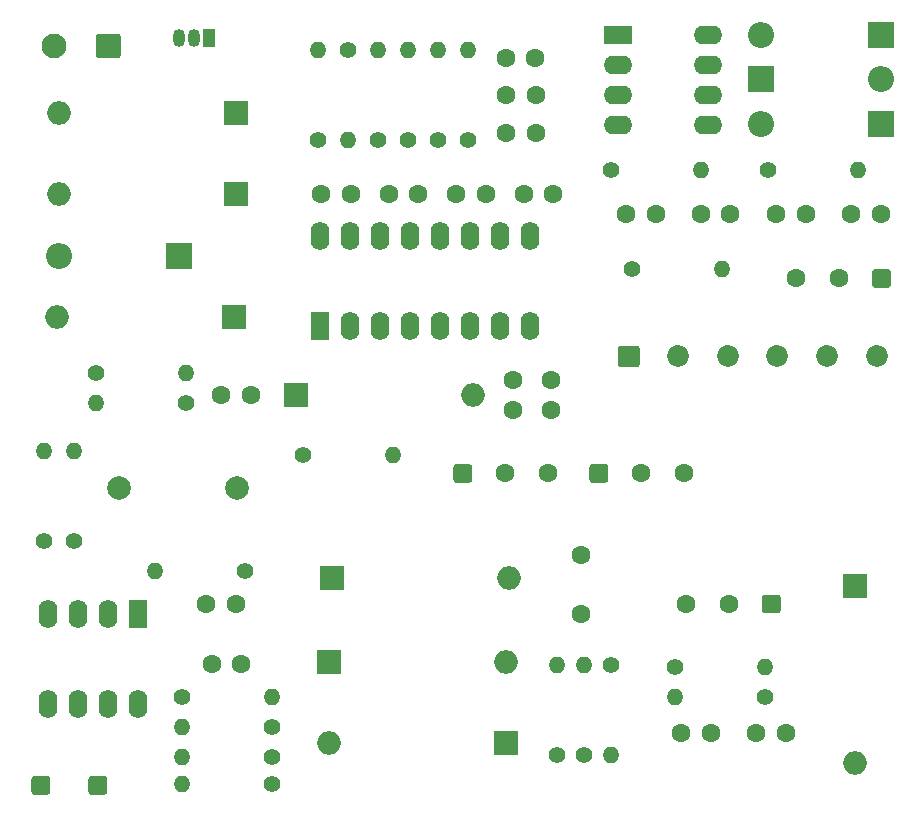
<source format=gbr>
%TF.GenerationSoftware,KiCad,Pcbnew,5.1.8+dfsg1-1~bpo10+1*%
%TF.CreationDate,2020-12-09T03:07:27+08:00*%
%TF.ProjectId,Dirty Delay,44697274-7920-4446-956c-61792e6b6963,rev?*%
%TF.SameCoordinates,Original*%
%TF.FileFunction,Soldermask,Bot*%
%TF.FilePolarity,Negative*%
%FSLAX46Y46*%
G04 Gerber Fmt 4.6, Leading zero omitted, Abs format (unit mm)*
G04 Created by KiCad (PCBNEW 5.1.8+dfsg1-1~bpo10+1) date 2020-12-09 03:07:27*
%MOMM*%
%LPD*%
G01*
G04 APERTURE LIST*
%ADD10R,2.000000X2.000000*%
%ADD11O,2.000000X2.000000*%
%ADD12R,2.400000X1.600000*%
%ADD13O,2.400000X1.600000*%
%ADD14C,1.600000*%
%ADD15C,2.000000*%
%ADD16O,2.200000X2.200000*%
%ADD17R,2.200000X2.200000*%
%ADD18C,1.400000*%
%ADD19O,1.400000X1.400000*%
%ADD20O,1.600000X2.400000*%
%ADD21R,1.600000X2.400000*%
%ADD22C,2.100000*%
%ADD23C,1.850000*%
%ADD24O,1.050000X1.500000*%
%ADD25R,1.050000X1.500000*%
G04 APERTURE END LIST*
D10*
%TO.C,C1*%
X128143000Y-73406000D03*
D11*
X113143000Y-73406000D03*
%TD*%
D12*
%TO.C,U5*%
X160655000Y-49530000D03*
D13*
X168275000Y-57150000D03*
X160655000Y-52070000D03*
X168275000Y-54610000D03*
X160655000Y-54610000D03*
X168275000Y-52070000D03*
X160655000Y-57150000D03*
X168275000Y-49530000D03*
%TD*%
D11*
%TO.C,C2*%
X113270000Y-56134000D03*
D10*
X128270000Y-56134000D03*
%TD*%
%TO.C,C3*%
X128270000Y-62992000D03*
D11*
X113270000Y-62992000D03*
%TD*%
D14*
%TO.C,C4*%
X127040000Y-80010000D03*
X129540000Y-80010000D03*
%TD*%
%TO.C,C5*%
X125770000Y-97663000D03*
X128270000Y-97663000D03*
%TD*%
D10*
%TO.C,C6*%
X136398000Y-95504000D03*
D11*
X151398000Y-95504000D03*
%TD*%
D10*
%TO.C,C7*%
X133350000Y-80010000D03*
D11*
X148350000Y-80010000D03*
%TD*%
D14*
%TO.C,C8*%
X151765000Y-81240000D03*
X151765000Y-78740000D03*
%TD*%
%TO.C,C9*%
X154940000Y-78740000D03*
X154940000Y-81240000D03*
%TD*%
%TO.C,C10*%
X135509000Y-62992000D03*
X138009000Y-62992000D03*
%TD*%
%TO.C,C11*%
X143724000Y-62992000D03*
X141224000Y-62992000D03*
%TD*%
%TO.C,C12*%
X146939000Y-62992000D03*
X149439000Y-62992000D03*
%TD*%
%TO.C,C13*%
X155154000Y-62992000D03*
X152654000Y-62992000D03*
%TD*%
%TO.C,C14*%
X157480000Y-98552000D03*
X157480000Y-93552000D03*
%TD*%
%TO.C,C15*%
X174839000Y-108585000D03*
X172339000Y-108585000D03*
%TD*%
D11*
%TO.C,C16*%
X180721000Y-111139000D03*
D10*
X180721000Y-96139000D03*
%TD*%
D14*
%TO.C,C17*%
X165989000Y-108585000D03*
X168489000Y-108585000D03*
%TD*%
D15*
%TO.C,C18*%
X118364000Y-87884000D03*
X128364000Y-87884000D03*
%TD*%
D14*
%TO.C,C19*%
X151170000Y-57785000D03*
X153670000Y-57785000D03*
%TD*%
D10*
%TO.C,C20*%
X151130000Y-109474000D03*
D11*
X136130000Y-109474000D03*
%TD*%
D14*
%TO.C,C21*%
X126238000Y-102743000D03*
X128738000Y-102743000D03*
%TD*%
%TO.C,C22*%
X151130000Y-51435000D03*
X153630000Y-51435000D03*
%TD*%
D11*
%TO.C,C23*%
X151144000Y-102616000D03*
D10*
X136144000Y-102616000D03*
%TD*%
D14*
%TO.C,C24*%
X161330000Y-64643000D03*
X163830000Y-64643000D03*
%TD*%
%TO.C,C25*%
X167640000Y-64643000D03*
X170140000Y-64643000D03*
%TD*%
%TO.C,C26*%
X182880000Y-64643000D03*
X180380000Y-64643000D03*
%TD*%
%TO.C,C27*%
X176530000Y-64643000D03*
X174030000Y-64643000D03*
%TD*%
%TO.C,C28*%
X151170000Y-54610000D03*
X153670000Y-54610000D03*
%TD*%
D16*
%TO.C,D1*%
X113284000Y-68199000D03*
D17*
X123444000Y-68199000D03*
%TD*%
%TO.C,D2*%
X182880000Y-49530000D03*
D16*
X172720000Y-49530000D03*
%TD*%
%TO.C,D3*%
X172720000Y-57023000D03*
D17*
X182880000Y-57023000D03*
%TD*%
%TO.C,D4*%
X172720000Y-53213000D03*
D16*
X182880000Y-53213000D03*
%TD*%
D14*
%TO.C,Gain1*%
X175724000Y-70104000D03*
X179324000Y-70104000D03*
G36*
G01*
X183724000Y-69554000D02*
X183724000Y-70654000D01*
G75*
G02*
X183474000Y-70904000I-250000J0D01*
G01*
X182374000Y-70904000D01*
G75*
G02*
X182124000Y-70654000I0J250000D01*
G01*
X182124000Y-69554000D01*
G75*
G02*
X182374000Y-69304000I250000J0D01*
G01*
X183474000Y-69304000D01*
G75*
G02*
X183724000Y-69554000I0J-250000D01*
G01*
G37*
%TD*%
%TO.C,Level*%
X166204000Y-86614000D03*
X162604000Y-86614000D03*
G36*
G01*
X158204000Y-87164000D02*
X158204000Y-86064000D01*
G75*
G02*
X158454000Y-85814000I250000J0D01*
G01*
X159554000Y-85814000D01*
G75*
G02*
X159804000Y-86064000I0J-250000D01*
G01*
X159804000Y-87164000D01*
G75*
G02*
X159554000Y-87414000I-250000J0D01*
G01*
X158454000Y-87414000D01*
G75*
G02*
X158204000Y-87164000I0J250000D01*
G01*
G37*
%TD*%
D18*
%TO.C,R1*%
X116459000Y-78105000D03*
D19*
X124079000Y-78105000D03*
%TD*%
%TO.C,R2*%
X116459000Y-80645000D03*
D18*
X124079000Y-80645000D03*
%TD*%
%TO.C,R3*%
X129032000Y-94869000D03*
D19*
X121412000Y-94869000D03*
%TD*%
%TO.C,R4*%
X155448000Y-102870000D03*
D18*
X155448000Y-110490000D03*
%TD*%
%TO.C,R5*%
X133985000Y-85090000D03*
D19*
X141605000Y-85090000D03*
%TD*%
D18*
%TO.C,R6*%
X137795000Y-50800000D03*
D19*
X137795000Y-58420000D03*
%TD*%
%TO.C,R7*%
X140335000Y-50800000D03*
D18*
X140335000Y-58420000D03*
%TD*%
D19*
%TO.C,R8*%
X142875000Y-50800000D03*
D18*
X142875000Y-58420000D03*
%TD*%
%TO.C,R9*%
X145415000Y-58420000D03*
D19*
X145415000Y-50800000D03*
%TD*%
D18*
%TO.C,R10*%
X147955000Y-58420000D03*
D19*
X147955000Y-50800000D03*
%TD*%
%TO.C,R11*%
X165481000Y-105537000D03*
D18*
X173101000Y-105537000D03*
%TD*%
D19*
%TO.C,R12*%
X135255000Y-50800000D03*
D18*
X135255000Y-58420000D03*
%TD*%
%TO.C,R13*%
X165481000Y-102997000D03*
D19*
X173101000Y-102997000D03*
%TD*%
D18*
%TO.C,R14*%
X112014000Y-92329000D03*
D19*
X112014000Y-84709000D03*
%TD*%
D18*
%TO.C,R15*%
X114554000Y-92329000D03*
D19*
X114554000Y-84709000D03*
%TD*%
D18*
%TO.C,R16*%
X131318000Y-108077000D03*
D19*
X123698000Y-108077000D03*
%TD*%
%TO.C,R17*%
X123698000Y-110617000D03*
D18*
X131318000Y-110617000D03*
%TD*%
%TO.C,R18*%
X123698000Y-105537000D03*
D19*
X131318000Y-105537000D03*
%TD*%
%TO.C,R19*%
X123698000Y-112903000D03*
D18*
X131318000Y-112903000D03*
%TD*%
%TO.C,R20*%
X157734000Y-110490000D03*
D19*
X157734000Y-102870000D03*
%TD*%
%TO.C,R21*%
X160020000Y-110490000D03*
D18*
X160020000Y-102870000D03*
%TD*%
D19*
%TO.C,R22*%
X169418000Y-69342000D03*
D18*
X161798000Y-69342000D03*
%TD*%
D19*
%TO.C,R23*%
X167640000Y-60960000D03*
D18*
X160020000Y-60960000D03*
%TD*%
D19*
%TO.C,R24*%
X180975000Y-60960000D03*
D18*
X173355000Y-60960000D03*
%TD*%
%TO.C,Repeats*%
G36*
G01*
X174409000Y-97113000D02*
X174409000Y-98213000D01*
G75*
G02*
X174159000Y-98463000I-250000J0D01*
G01*
X173059000Y-98463000D01*
G75*
G02*
X172809000Y-98213000I0J250000D01*
G01*
X172809000Y-97113000D01*
G75*
G02*
X173059000Y-96863000I250000J0D01*
G01*
X174159000Y-96863000D01*
G75*
G02*
X174409000Y-97113000I0J-250000D01*
G01*
G37*
D14*
X170009000Y-97663000D03*
X166409000Y-97663000D03*
%TD*%
%TO.C,Time*%
G36*
G01*
X146686000Y-87164000D02*
X146686000Y-86064000D01*
G75*
G02*
X146936000Y-85814000I250000J0D01*
G01*
X148036000Y-85814000D01*
G75*
G02*
X148286000Y-86064000I0J-250000D01*
G01*
X148286000Y-87164000D01*
G75*
G02*
X148036000Y-87414000I-250000J0D01*
G01*
X146936000Y-87414000D01*
G75*
G02*
X146686000Y-87164000I0J250000D01*
G01*
G37*
X151086000Y-86614000D03*
X154686000Y-86614000D03*
%TD*%
%TO.C,IN*%
G36*
G01*
X110960000Y-113580000D02*
X110960000Y-112480000D01*
G75*
G02*
X111210000Y-112230000I250000J0D01*
G01*
X112310000Y-112230000D01*
G75*
G02*
X112560000Y-112480000I0J-250000D01*
G01*
X112560000Y-113580000D01*
G75*
G02*
X112310000Y-113830000I-250000J0D01*
G01*
X111210000Y-113830000D01*
G75*
G02*
X110960000Y-113580000I0J250000D01*
G01*
G37*
%TD*%
%TO.C,OUT*%
G36*
G01*
X115786000Y-113580000D02*
X115786000Y-112480000D01*
G75*
G02*
X116036000Y-112230000I250000J0D01*
G01*
X117136000Y-112230000D01*
G75*
G02*
X117386000Y-112480000I0J-250000D01*
G01*
X117386000Y-113580000D01*
G75*
G02*
X117136000Y-113830000I-250000J0D01*
G01*
X116036000Y-113830000D01*
G75*
G02*
X115786000Y-113580000I0J250000D01*
G01*
G37*
%TD*%
D20*
%TO.C,U2*%
X120015000Y-106172000D03*
X112395000Y-98552000D03*
X117475000Y-106172000D03*
X114935000Y-98552000D03*
X114935000Y-106172000D03*
X117475000Y-98552000D03*
X112395000Y-106172000D03*
D21*
X120015000Y-98552000D03*
%TD*%
%TO.C,U3*%
X135382000Y-74168000D03*
D20*
X153162000Y-66548000D03*
X137922000Y-74168000D03*
X150622000Y-66548000D03*
X140462000Y-74168000D03*
X148082000Y-66548000D03*
X143002000Y-74168000D03*
X145542000Y-66548000D03*
X145542000Y-74168000D03*
X143002000Y-66548000D03*
X148082000Y-74168000D03*
X140462000Y-66548000D03*
X150622000Y-74168000D03*
X137922000Y-66548000D03*
X153162000Y-74168000D03*
X135382000Y-66548000D03*
%TD*%
%TO.C,J1*%
G36*
G01*
X118525000Y-49619000D02*
X118525000Y-51219000D01*
G75*
G02*
X118275000Y-51469000I-250000J0D01*
G01*
X116675000Y-51469000D01*
G75*
G02*
X116425000Y-51219000I0J250000D01*
G01*
X116425000Y-49619000D01*
G75*
G02*
X116675000Y-49369000I250000J0D01*
G01*
X118275000Y-49369000D01*
G75*
G02*
X118525000Y-49619000I0J-250000D01*
G01*
G37*
D22*
X112875000Y-50419000D03*
%TD*%
%TO.C,SW1*%
G36*
G01*
X160601000Y-77383001D02*
X160601000Y-76032999D01*
G75*
G02*
X160850999Y-75783000I249999J0D01*
G01*
X162201001Y-75783000D01*
G75*
G02*
X162451000Y-76032999I0J-249999D01*
G01*
X162451000Y-77383001D01*
G75*
G02*
X162201001Y-77633000I-249999J0D01*
G01*
X160850999Y-77633000D01*
G75*
G02*
X160601000Y-77383001I0J249999D01*
G01*
G37*
D23*
X165726000Y-76708000D03*
X169926000Y-76708000D03*
X174126000Y-76708000D03*
X178326000Y-76708000D03*
X182526000Y-76708000D03*
%TD*%
D24*
%TO.C,U1*%
X124714000Y-49784000D03*
X123444000Y-49784000D03*
D25*
X125984000Y-49784000D03*
%TD*%
M02*

</source>
